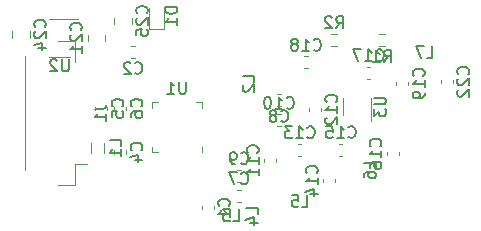
<source format=gbr>
%TF.GenerationSoftware,KiCad,Pcbnew,6.0.4-6f826c9f35~116~ubuntu20.04.1*%
%TF.CreationDate,2022-06-02T21:43:18+00:00*%
%TF.ProjectId,TFLORA01B,54464c4f-5241-4303-9142-2e6b69636164,rev?*%
%TF.SameCoordinates,Original*%
%TF.FileFunction,Legend,Bot*%
%TF.FilePolarity,Positive*%
%FSLAX46Y46*%
G04 Gerber Fmt 4.6, Leading zero omitted, Abs format (unit mm)*
G04 Created by KiCad (PCBNEW 6.0.4-6f826c9f35~116~ubuntu20.04.1) date 2022-06-02 21:43:18*
%MOMM*%
%LPD*%
G01*
G04 APERTURE LIST*
%ADD10C,0.150000*%
%ADD11C,0.120000*%
G04 APERTURE END LIST*
D10*
%TO.C,C19*%
X170736742Y-113287142D02*
X170784361Y-113239523D01*
X170831980Y-113096666D01*
X170831980Y-113001428D01*
X170784361Y-112858571D01*
X170689123Y-112763333D01*
X170593885Y-112715714D01*
X170403409Y-112668095D01*
X170260552Y-112668095D01*
X170070076Y-112715714D01*
X169974838Y-112763333D01*
X169879600Y-112858571D01*
X169831980Y-113001428D01*
X169831980Y-113096666D01*
X169879600Y-113239523D01*
X169927219Y-113287142D01*
X170831980Y-114239523D02*
X170831980Y-113668095D01*
X170831980Y-113953809D02*
X169831980Y-113953809D01*
X169974838Y-113858571D01*
X170070076Y-113763333D01*
X170117695Y-113668095D01*
X170831980Y-114715714D02*
X170831980Y-114906190D01*
X170784361Y-115001428D01*
X170736742Y-115049047D01*
X170593885Y-115144285D01*
X170403409Y-115191904D01*
X170022457Y-115191904D01*
X169927219Y-115144285D01*
X169879600Y-115096666D01*
X169831980Y-115001428D01*
X169831980Y-114810952D01*
X169879600Y-114715714D01*
X169927219Y-114668095D01*
X170022457Y-114620476D01*
X170260552Y-114620476D01*
X170355790Y-114668095D01*
X170403409Y-114715714D01*
X170451028Y-114810952D01*
X170451028Y-115001428D01*
X170403409Y-115096666D01*
X170355790Y-115144285D01*
X170260552Y-115191904D01*
%TO.C,C18*%
X161438857Y-111068142D02*
X161486476Y-111115761D01*
X161629333Y-111163380D01*
X161724571Y-111163380D01*
X161867428Y-111115761D01*
X161962666Y-111020523D01*
X162010285Y-110925285D01*
X162057904Y-110734809D01*
X162057904Y-110591952D01*
X162010285Y-110401476D01*
X161962666Y-110306238D01*
X161867428Y-110211000D01*
X161724571Y-110163380D01*
X161629333Y-110163380D01*
X161486476Y-110211000D01*
X161438857Y-110258619D01*
X160486476Y-111163380D02*
X161057904Y-111163380D01*
X160772190Y-111163380D02*
X160772190Y-110163380D01*
X160867428Y-110306238D01*
X160962666Y-110401476D01*
X161057904Y-110449095D01*
X159915047Y-110591952D02*
X160010285Y-110544333D01*
X160057904Y-110496714D01*
X160105523Y-110401476D01*
X160105523Y-110353857D01*
X160057904Y-110258619D01*
X160010285Y-110211000D01*
X159915047Y-110163380D01*
X159724571Y-110163380D01*
X159629333Y-110211000D01*
X159581714Y-110258619D01*
X159534095Y-110353857D01*
X159534095Y-110401476D01*
X159581714Y-110496714D01*
X159629333Y-110544333D01*
X159724571Y-110591952D01*
X159915047Y-110591952D01*
X160010285Y-110639571D01*
X160057904Y-110687190D01*
X160105523Y-110782428D01*
X160105523Y-110972904D01*
X160057904Y-111068142D01*
X160010285Y-111115761D01*
X159915047Y-111163380D01*
X159724571Y-111163380D01*
X159629333Y-111115761D01*
X159581714Y-111068142D01*
X159534095Y-110972904D01*
X159534095Y-110782428D01*
X159581714Y-110687190D01*
X159629333Y-110639571D01*
X159724571Y-110591952D01*
%TO.C,C12*%
X163345142Y-115503142D02*
X163392761Y-115455523D01*
X163440380Y-115312666D01*
X163440380Y-115217428D01*
X163392761Y-115074571D01*
X163297523Y-114979333D01*
X163202285Y-114931714D01*
X163011809Y-114884095D01*
X162868952Y-114884095D01*
X162678476Y-114931714D01*
X162583238Y-114979333D01*
X162488000Y-115074571D01*
X162440380Y-115217428D01*
X162440380Y-115312666D01*
X162488000Y-115455523D01*
X162535619Y-115503142D01*
X163440380Y-116455523D02*
X163440380Y-115884095D01*
X163440380Y-116169809D02*
X162440380Y-116169809D01*
X162583238Y-116074571D01*
X162678476Y-115979333D01*
X162726095Y-115884095D01*
X162535619Y-116836476D02*
X162488000Y-116884095D01*
X162440380Y-116979333D01*
X162440380Y-117217428D01*
X162488000Y-117312666D01*
X162535619Y-117360285D01*
X162630857Y-117407904D01*
X162726095Y-117407904D01*
X162868952Y-117360285D01*
X163440380Y-116788857D01*
X163440380Y-117407904D01*
%TO.C,C22*%
X174507142Y-113149142D02*
X174554761Y-113101523D01*
X174602380Y-112958666D01*
X174602380Y-112863428D01*
X174554761Y-112720571D01*
X174459523Y-112625333D01*
X174364285Y-112577714D01*
X174173809Y-112530095D01*
X174030952Y-112530095D01*
X173840476Y-112577714D01*
X173745238Y-112625333D01*
X173650000Y-112720571D01*
X173602380Y-112863428D01*
X173602380Y-112958666D01*
X173650000Y-113101523D01*
X173697619Y-113149142D01*
X173697619Y-113530095D02*
X173650000Y-113577714D01*
X173602380Y-113672952D01*
X173602380Y-113911047D01*
X173650000Y-114006285D01*
X173697619Y-114053904D01*
X173792857Y-114101523D01*
X173888095Y-114101523D01*
X174030952Y-114053904D01*
X174602380Y-113482476D01*
X174602380Y-114101523D01*
X173697619Y-114482476D02*
X173650000Y-114530095D01*
X173602380Y-114625333D01*
X173602380Y-114863428D01*
X173650000Y-114958666D01*
X173697619Y-115006285D01*
X173792857Y-115053904D01*
X173888095Y-115053904D01*
X174030952Y-115006285D01*
X174602380Y-114434857D01*
X174602380Y-115053904D01*
%TO.C,C4*%
X146845142Y-119579333D02*
X146892761Y-119531714D01*
X146940380Y-119388857D01*
X146940380Y-119293619D01*
X146892761Y-119150761D01*
X146797523Y-119055523D01*
X146702285Y-119007904D01*
X146511809Y-118960285D01*
X146368952Y-118960285D01*
X146178476Y-119007904D01*
X146083238Y-119055523D01*
X145988000Y-119150761D01*
X145940380Y-119293619D01*
X145940380Y-119388857D01*
X145988000Y-119531714D01*
X146035619Y-119579333D01*
X146273714Y-120436476D02*
X146940380Y-120436476D01*
X145892761Y-120198380D02*
X146607047Y-119960285D01*
X146607047Y-120579333D01*
%TO.C,C5*%
X145245142Y-115879333D02*
X145292761Y-115831714D01*
X145340380Y-115688857D01*
X145340380Y-115593619D01*
X145292761Y-115450761D01*
X145197523Y-115355523D01*
X145102285Y-115307904D01*
X144911809Y-115260285D01*
X144768952Y-115260285D01*
X144578476Y-115307904D01*
X144483238Y-115355523D01*
X144388000Y-115450761D01*
X144340380Y-115593619D01*
X144340380Y-115688857D01*
X144388000Y-115831714D01*
X144435619Y-115879333D01*
X144340380Y-116784095D02*
X144340380Y-116307904D01*
X144816571Y-116260285D01*
X144768952Y-116307904D01*
X144721333Y-116403142D01*
X144721333Y-116641238D01*
X144768952Y-116736476D01*
X144816571Y-116784095D01*
X144911809Y-116831714D01*
X145149904Y-116831714D01*
X145245142Y-116784095D01*
X145292761Y-116736476D01*
X145340380Y-116641238D01*
X145340380Y-116403142D01*
X145292761Y-116307904D01*
X145245142Y-116260285D01*
%TO.C,C1*%
X154245142Y-124293333D02*
X154292761Y-124245714D01*
X154340380Y-124102857D01*
X154340380Y-124007619D01*
X154292761Y-123864761D01*
X154197523Y-123769523D01*
X154102285Y-123721904D01*
X153911809Y-123674285D01*
X153768952Y-123674285D01*
X153578476Y-123721904D01*
X153483238Y-123769523D01*
X153388000Y-123864761D01*
X153340380Y-124007619D01*
X153340380Y-124102857D01*
X153388000Y-124245714D01*
X153435619Y-124293333D01*
X154340380Y-125245714D02*
X154340380Y-124674285D01*
X154340380Y-124960000D02*
X153340380Y-124960000D01*
X153483238Y-124864761D01*
X153578476Y-124769523D01*
X153626095Y-124674285D01*
%TO.C,C10*%
X159152857Y-115973142D02*
X159200476Y-116020761D01*
X159343333Y-116068380D01*
X159438571Y-116068380D01*
X159581428Y-116020761D01*
X159676666Y-115925523D01*
X159724285Y-115830285D01*
X159771904Y-115639809D01*
X159771904Y-115496952D01*
X159724285Y-115306476D01*
X159676666Y-115211238D01*
X159581428Y-115116000D01*
X159438571Y-115068380D01*
X159343333Y-115068380D01*
X159200476Y-115116000D01*
X159152857Y-115163619D01*
X158200476Y-116068380D02*
X158771904Y-116068380D01*
X158486190Y-116068380D02*
X158486190Y-115068380D01*
X158581428Y-115211238D01*
X158676666Y-115306476D01*
X158771904Y-115354095D01*
X157581428Y-115068380D02*
X157486190Y-115068380D01*
X157390952Y-115116000D01*
X157343333Y-115163619D01*
X157295714Y-115258857D01*
X157248095Y-115449333D01*
X157248095Y-115687428D01*
X157295714Y-115877904D01*
X157343333Y-115973142D01*
X157390952Y-116020761D01*
X157486190Y-116068380D01*
X157581428Y-116068380D01*
X157676666Y-116020761D01*
X157724285Y-115973142D01*
X157771904Y-115877904D01*
X157819523Y-115687428D01*
X157819523Y-115449333D01*
X157771904Y-115258857D01*
X157724285Y-115163619D01*
X157676666Y-115116000D01*
X157581428Y-115068380D01*
%TO.C,C6*%
X146845142Y-115879333D02*
X146892761Y-115831714D01*
X146940380Y-115688857D01*
X146940380Y-115593619D01*
X146892761Y-115450761D01*
X146797523Y-115355523D01*
X146702285Y-115307904D01*
X146511809Y-115260285D01*
X146368952Y-115260285D01*
X146178476Y-115307904D01*
X146083238Y-115355523D01*
X145988000Y-115450761D01*
X145940380Y-115593619D01*
X145940380Y-115688857D01*
X145988000Y-115831714D01*
X146035619Y-115879333D01*
X145940380Y-116736476D02*
X145940380Y-116546000D01*
X145988000Y-116450761D01*
X146035619Y-116403142D01*
X146178476Y-116307904D01*
X146368952Y-116260285D01*
X146749904Y-116260285D01*
X146845142Y-116307904D01*
X146892761Y-116355523D01*
X146940380Y-116450761D01*
X146940380Y-116641238D01*
X146892761Y-116736476D01*
X146845142Y-116784095D01*
X146749904Y-116831714D01*
X146511809Y-116831714D01*
X146416571Y-116784095D01*
X146368952Y-116736476D01*
X146321333Y-116641238D01*
X146321333Y-116450761D01*
X146368952Y-116355523D01*
X146416571Y-116307904D01*
X146511809Y-116260285D01*
%TO.C,C8*%
X158676666Y-117103142D02*
X158724285Y-117150761D01*
X158867142Y-117198380D01*
X158962380Y-117198380D01*
X159105238Y-117150761D01*
X159200476Y-117055523D01*
X159248095Y-116960285D01*
X159295714Y-116769809D01*
X159295714Y-116626952D01*
X159248095Y-116436476D01*
X159200476Y-116341238D01*
X159105238Y-116246000D01*
X158962380Y-116198380D01*
X158867142Y-116198380D01*
X158724285Y-116246000D01*
X158676666Y-116293619D01*
X158105238Y-116626952D02*
X158200476Y-116579333D01*
X158248095Y-116531714D01*
X158295714Y-116436476D01*
X158295714Y-116388857D01*
X158248095Y-116293619D01*
X158200476Y-116246000D01*
X158105238Y-116198380D01*
X157914761Y-116198380D01*
X157819523Y-116246000D01*
X157771904Y-116293619D01*
X157724285Y-116388857D01*
X157724285Y-116436476D01*
X157771904Y-116531714D01*
X157819523Y-116579333D01*
X157914761Y-116626952D01*
X158105238Y-116626952D01*
X158200476Y-116674571D01*
X158248095Y-116722190D01*
X158295714Y-116817428D01*
X158295714Y-117007904D01*
X158248095Y-117103142D01*
X158200476Y-117150761D01*
X158105238Y-117198380D01*
X157914761Y-117198380D01*
X157819523Y-117150761D01*
X157771904Y-117103142D01*
X157724285Y-117007904D01*
X157724285Y-116817428D01*
X157771904Y-116722190D01*
X157819523Y-116674571D01*
X157914761Y-116626952D01*
%TO.C,U1*%
X150619904Y-113798380D02*
X150619904Y-114607904D01*
X150572285Y-114703142D01*
X150524666Y-114750761D01*
X150429428Y-114798380D01*
X150238952Y-114798380D01*
X150143714Y-114750761D01*
X150096095Y-114703142D01*
X150048476Y-114607904D01*
X150048476Y-113798380D01*
X149048476Y-114798380D02*
X149619904Y-114798380D01*
X149334190Y-114798380D02*
X149334190Y-113798380D01*
X149429428Y-113941238D01*
X149524666Y-114036476D01*
X149619904Y-114084095D01*
%TO.C,R1*%
X167400166Y-112118380D02*
X167733500Y-111642190D01*
X167971595Y-112118380D02*
X167971595Y-111118380D01*
X167590642Y-111118380D01*
X167495404Y-111166000D01*
X167447785Y-111213619D01*
X167400166Y-111308857D01*
X167400166Y-111451714D01*
X167447785Y-111546952D01*
X167495404Y-111594571D01*
X167590642Y-111642190D01*
X167971595Y-111642190D01*
X166447785Y-112118380D02*
X167019214Y-112118380D01*
X166733500Y-112118380D02*
X166733500Y-111118380D01*
X166828738Y-111261238D01*
X166923976Y-111356476D01*
X167019214Y-111404095D01*
%TO.C,L2*%
X156422380Y-113779333D02*
X156422380Y-113303142D01*
X155422380Y-113303142D01*
X155517619Y-114065047D02*
X155470000Y-114112666D01*
X155422380Y-114207904D01*
X155422380Y-114446000D01*
X155470000Y-114541238D01*
X155517619Y-114588857D01*
X155612857Y-114636476D01*
X155708095Y-114636476D01*
X155850952Y-114588857D01*
X156422380Y-114017428D01*
X156422380Y-114636476D01*
%TO.C,L7*%
X171016266Y-111782380D02*
X171492457Y-111782380D01*
X171492457Y-110782380D01*
X170778171Y-110782380D02*
X170111504Y-110782380D01*
X170540076Y-111782380D01*
%TO.C,L1*%
X145160380Y-119213333D02*
X145160380Y-118737142D01*
X144160380Y-118737142D01*
X145160380Y-120070476D02*
X145160380Y-119499047D01*
X145160380Y-119784761D02*
X144160380Y-119784761D01*
X144303238Y-119689523D01*
X144398476Y-119594285D01*
X144446095Y-119499047D01*
%TO.C,L4*%
X156710380Y-124979333D02*
X156710380Y-124503142D01*
X155710380Y-124503142D01*
X156043714Y-125741238D02*
X156710380Y-125741238D01*
X155662761Y-125503142D02*
X156377047Y-125265047D01*
X156377047Y-125884095D01*
%TO.C,L6*%
X166695380Y-121118333D02*
X166695380Y-120642142D01*
X165695380Y-120642142D01*
X165695380Y-121880238D02*
X165695380Y-121689761D01*
X165743000Y-121594523D01*
X165790619Y-121546904D01*
X165933476Y-121451666D01*
X166123952Y-121404047D01*
X166504904Y-121404047D01*
X166600142Y-121451666D01*
X166647761Y-121499285D01*
X166695380Y-121594523D01*
X166695380Y-121785000D01*
X166647761Y-121880238D01*
X166600142Y-121927857D01*
X166504904Y-121975476D01*
X166266809Y-121975476D01*
X166171571Y-121927857D01*
X166123952Y-121880238D01*
X166076333Y-121785000D01*
X166076333Y-121594523D01*
X166123952Y-121499285D01*
X166171571Y-121451666D01*
X166266809Y-121404047D01*
%TO.C,L5*%
X160424666Y-124398380D02*
X160900857Y-124398380D01*
X160900857Y-123398380D01*
X159615142Y-123398380D02*
X160091333Y-123398380D01*
X160138952Y-123874571D01*
X160091333Y-123826952D01*
X159996095Y-123779333D01*
X159758000Y-123779333D01*
X159662761Y-123826952D01*
X159615142Y-123874571D01*
X159567523Y-123969809D01*
X159567523Y-124207904D01*
X159615142Y-124303142D01*
X159662761Y-124350761D01*
X159758000Y-124398380D01*
X159996095Y-124398380D01*
X160091333Y-124350761D01*
X160138952Y-124303142D01*
%TO.C,C13*%
X160900857Y-118473142D02*
X160948476Y-118520761D01*
X161091333Y-118568380D01*
X161186571Y-118568380D01*
X161329428Y-118520761D01*
X161424666Y-118425523D01*
X161472285Y-118330285D01*
X161519904Y-118139809D01*
X161519904Y-117996952D01*
X161472285Y-117806476D01*
X161424666Y-117711238D01*
X161329428Y-117616000D01*
X161186571Y-117568380D01*
X161091333Y-117568380D01*
X160948476Y-117616000D01*
X160900857Y-117663619D01*
X159948476Y-118568380D02*
X160519904Y-118568380D01*
X160234190Y-118568380D02*
X160234190Y-117568380D01*
X160329428Y-117711238D01*
X160424666Y-117806476D01*
X160519904Y-117854095D01*
X159615142Y-117568380D02*
X158996095Y-117568380D01*
X159329428Y-117949333D01*
X159186571Y-117949333D01*
X159091333Y-117996952D01*
X159043714Y-118044571D01*
X158996095Y-118139809D01*
X158996095Y-118377904D01*
X159043714Y-118473142D01*
X159091333Y-118520761D01*
X159186571Y-118568380D01*
X159472285Y-118568380D01*
X159567523Y-118520761D01*
X159615142Y-118473142D01*
%TO.C,C16*%
X167075142Y-119245142D02*
X167122761Y-119197523D01*
X167170380Y-119054666D01*
X167170380Y-118959428D01*
X167122761Y-118816571D01*
X167027523Y-118721333D01*
X166932285Y-118673714D01*
X166741809Y-118626095D01*
X166598952Y-118626095D01*
X166408476Y-118673714D01*
X166313238Y-118721333D01*
X166218000Y-118816571D01*
X166170380Y-118959428D01*
X166170380Y-119054666D01*
X166218000Y-119197523D01*
X166265619Y-119245142D01*
X167170380Y-120197523D02*
X167170380Y-119626095D01*
X167170380Y-119911809D02*
X166170380Y-119911809D01*
X166313238Y-119816571D01*
X166408476Y-119721333D01*
X166456095Y-119626095D01*
X166170380Y-121054666D02*
X166170380Y-120864190D01*
X166218000Y-120768952D01*
X166265619Y-120721333D01*
X166408476Y-120626095D01*
X166598952Y-120578476D01*
X166979904Y-120578476D01*
X167075142Y-120626095D01*
X167122761Y-120673714D01*
X167170380Y-120768952D01*
X167170380Y-120959428D01*
X167122761Y-121054666D01*
X167075142Y-121102285D01*
X166979904Y-121149904D01*
X166741809Y-121149904D01*
X166646571Y-121102285D01*
X166598952Y-121054666D01*
X166551333Y-120959428D01*
X166551333Y-120768952D01*
X166598952Y-120673714D01*
X166646571Y-120626095D01*
X166741809Y-120578476D01*
%TO.C,C17*%
X166747457Y-111957142D02*
X166795076Y-112004761D01*
X166937933Y-112052380D01*
X167033171Y-112052380D01*
X167176028Y-112004761D01*
X167271266Y-111909523D01*
X167318885Y-111814285D01*
X167366504Y-111623809D01*
X167366504Y-111480952D01*
X167318885Y-111290476D01*
X167271266Y-111195238D01*
X167176028Y-111100000D01*
X167033171Y-111052380D01*
X166937933Y-111052380D01*
X166795076Y-111100000D01*
X166747457Y-111147619D01*
X165795076Y-112052380D02*
X166366504Y-112052380D01*
X166080790Y-112052380D02*
X166080790Y-111052380D01*
X166176028Y-111195238D01*
X166271266Y-111290476D01*
X166366504Y-111338095D01*
X165461742Y-111052380D02*
X164795076Y-111052380D01*
X165223647Y-112052380D01*
%TO.C,C14*%
X161685142Y-121517142D02*
X161732761Y-121469523D01*
X161780380Y-121326666D01*
X161780380Y-121231428D01*
X161732761Y-121088571D01*
X161637523Y-120993333D01*
X161542285Y-120945714D01*
X161351809Y-120898095D01*
X161208952Y-120898095D01*
X161018476Y-120945714D01*
X160923238Y-120993333D01*
X160828000Y-121088571D01*
X160780380Y-121231428D01*
X160780380Y-121326666D01*
X160828000Y-121469523D01*
X160875619Y-121517142D01*
X161780380Y-122469523D02*
X161780380Y-121898095D01*
X161780380Y-122183809D02*
X160780380Y-122183809D01*
X160923238Y-122088571D01*
X161018476Y-121993333D01*
X161066095Y-121898095D01*
X161113714Y-123326666D02*
X161780380Y-123326666D01*
X160732761Y-123088571D02*
X161447047Y-122850476D01*
X161447047Y-123469523D01*
%TO.C,C11*%
X156685142Y-119803142D02*
X156732761Y-119755523D01*
X156780380Y-119612666D01*
X156780380Y-119517428D01*
X156732761Y-119374571D01*
X156637523Y-119279333D01*
X156542285Y-119231714D01*
X156351809Y-119184095D01*
X156208952Y-119184095D01*
X156018476Y-119231714D01*
X155923238Y-119279333D01*
X155828000Y-119374571D01*
X155780380Y-119517428D01*
X155780380Y-119612666D01*
X155828000Y-119755523D01*
X155875619Y-119803142D01*
X156780380Y-120755523D02*
X156780380Y-120184095D01*
X156780380Y-120469809D02*
X155780380Y-120469809D01*
X155923238Y-120374571D01*
X156018476Y-120279333D01*
X156066095Y-120184095D01*
X156780380Y-121707904D02*
X156780380Y-121136476D01*
X156780380Y-121422190D02*
X155780380Y-121422190D01*
X155923238Y-121326952D01*
X156018476Y-121231714D01*
X156066095Y-121136476D01*
%TO.C,C15*%
X164382657Y-118459542D02*
X164430276Y-118507161D01*
X164573133Y-118554780D01*
X164668371Y-118554780D01*
X164811228Y-118507161D01*
X164906466Y-118411923D01*
X164954085Y-118316685D01*
X165001704Y-118126209D01*
X165001704Y-117983352D01*
X164954085Y-117792876D01*
X164906466Y-117697638D01*
X164811228Y-117602400D01*
X164668371Y-117554780D01*
X164573133Y-117554780D01*
X164430276Y-117602400D01*
X164382657Y-117650019D01*
X163430276Y-118554780D02*
X164001704Y-118554780D01*
X163715990Y-118554780D02*
X163715990Y-117554780D01*
X163811228Y-117697638D01*
X163906466Y-117792876D01*
X164001704Y-117840495D01*
X162525514Y-117554780D02*
X163001704Y-117554780D01*
X163049323Y-118030971D01*
X163001704Y-117983352D01*
X162906466Y-117935733D01*
X162668371Y-117935733D01*
X162573133Y-117983352D01*
X162525514Y-118030971D01*
X162477895Y-118126209D01*
X162477895Y-118364304D01*
X162525514Y-118459542D01*
X162573133Y-118507161D01*
X162668371Y-118554780D01*
X162906466Y-118554780D01*
X163001704Y-118507161D01*
X163049323Y-118459542D01*
%TO.C,C9*%
X155299666Y-120673142D02*
X155347285Y-120720761D01*
X155490142Y-120768380D01*
X155585380Y-120768380D01*
X155728238Y-120720761D01*
X155823476Y-120625523D01*
X155871095Y-120530285D01*
X155918714Y-120339809D01*
X155918714Y-120196952D01*
X155871095Y-120006476D01*
X155823476Y-119911238D01*
X155728238Y-119816000D01*
X155585380Y-119768380D01*
X155490142Y-119768380D01*
X155347285Y-119816000D01*
X155299666Y-119863619D01*
X154823476Y-120768380D02*
X154633000Y-120768380D01*
X154537761Y-120720761D01*
X154490142Y-120673142D01*
X154394904Y-120530285D01*
X154347285Y-120339809D01*
X154347285Y-119958857D01*
X154394904Y-119863619D01*
X154442523Y-119816000D01*
X154537761Y-119768380D01*
X154728238Y-119768380D01*
X154823476Y-119816000D01*
X154871095Y-119863619D01*
X154918714Y-119958857D01*
X154918714Y-120196952D01*
X154871095Y-120292190D01*
X154823476Y-120339809D01*
X154728238Y-120387428D01*
X154537761Y-120387428D01*
X154442523Y-120339809D01*
X154394904Y-120292190D01*
X154347285Y-120196952D01*
%TO.C,C7*%
X155299666Y-122373142D02*
X155347285Y-122420761D01*
X155490142Y-122468380D01*
X155585380Y-122468380D01*
X155728238Y-122420761D01*
X155823476Y-122325523D01*
X155871095Y-122230285D01*
X155918714Y-122039809D01*
X155918714Y-121896952D01*
X155871095Y-121706476D01*
X155823476Y-121611238D01*
X155728238Y-121516000D01*
X155585380Y-121468380D01*
X155490142Y-121468380D01*
X155347285Y-121516000D01*
X155299666Y-121563619D01*
X154966333Y-121468380D02*
X154299666Y-121468380D01*
X154728238Y-122468380D01*
%TO.C,L3*%
X154624666Y-125598380D02*
X155100857Y-125598380D01*
X155100857Y-124598380D01*
X154386571Y-124598380D02*
X153767523Y-124598380D01*
X154100857Y-124979333D01*
X153958000Y-124979333D01*
X153862761Y-125026952D01*
X153815142Y-125074571D01*
X153767523Y-125169809D01*
X153767523Y-125407904D01*
X153815142Y-125503142D01*
X153862761Y-125550761D01*
X153958000Y-125598380D01*
X154243714Y-125598380D01*
X154338952Y-125550761D01*
X154386571Y-125503142D01*
%TO.C,C2*%
X146304666Y-113039142D02*
X146352285Y-113086761D01*
X146495142Y-113134380D01*
X146590380Y-113134380D01*
X146733238Y-113086761D01*
X146828476Y-112991523D01*
X146876095Y-112896285D01*
X146923714Y-112705809D01*
X146923714Y-112562952D01*
X146876095Y-112372476D01*
X146828476Y-112277238D01*
X146733238Y-112182000D01*
X146590380Y-112134380D01*
X146495142Y-112134380D01*
X146352285Y-112182000D01*
X146304666Y-112229619D01*
X145923714Y-112229619D02*
X145876095Y-112182000D01*
X145780857Y-112134380D01*
X145542761Y-112134380D01*
X145447523Y-112182000D01*
X145399904Y-112229619D01*
X145352285Y-112324857D01*
X145352285Y-112420095D01*
X145399904Y-112562952D01*
X145971333Y-113134380D01*
X145352285Y-113134380D01*
%TO.C,U2*%
X140699904Y-111904380D02*
X140699904Y-112713904D01*
X140652285Y-112809142D01*
X140604666Y-112856761D01*
X140509428Y-112904380D01*
X140318952Y-112904380D01*
X140223714Y-112856761D01*
X140176095Y-112809142D01*
X140128476Y-112713904D01*
X140128476Y-111904380D01*
X139699904Y-111999619D02*
X139652285Y-111952000D01*
X139557047Y-111904380D01*
X139318952Y-111904380D01*
X139223714Y-111952000D01*
X139176095Y-111999619D01*
X139128476Y-112094857D01*
X139128476Y-112190095D01*
X139176095Y-112332952D01*
X139747523Y-112904380D01*
X139128476Y-112904380D01*
%TO.C,C24*%
X138689142Y-109148642D02*
X138736761Y-109101023D01*
X138784380Y-108958166D01*
X138784380Y-108862928D01*
X138736761Y-108720071D01*
X138641523Y-108624833D01*
X138546285Y-108577214D01*
X138355809Y-108529595D01*
X138212952Y-108529595D01*
X138022476Y-108577214D01*
X137927238Y-108624833D01*
X137832000Y-108720071D01*
X137784380Y-108862928D01*
X137784380Y-108958166D01*
X137832000Y-109101023D01*
X137879619Y-109148642D01*
X137879619Y-109529595D02*
X137832000Y-109577214D01*
X137784380Y-109672452D01*
X137784380Y-109910547D01*
X137832000Y-110005785D01*
X137879619Y-110053404D01*
X137974857Y-110101023D01*
X138070095Y-110101023D01*
X138212952Y-110053404D01*
X138784380Y-109481976D01*
X138784380Y-110101023D01*
X138117714Y-110958166D02*
X138784380Y-110958166D01*
X137736761Y-110720071D02*
X138451047Y-110481976D01*
X138451047Y-111101023D01*
%TO.C,C21*%
X141715142Y-109409142D02*
X141762761Y-109361523D01*
X141810380Y-109218666D01*
X141810380Y-109123428D01*
X141762761Y-108980571D01*
X141667523Y-108885333D01*
X141572285Y-108837714D01*
X141381809Y-108790095D01*
X141238952Y-108790095D01*
X141048476Y-108837714D01*
X140953238Y-108885333D01*
X140858000Y-108980571D01*
X140810380Y-109123428D01*
X140810380Y-109218666D01*
X140858000Y-109361523D01*
X140905619Y-109409142D01*
X140905619Y-109790095D02*
X140858000Y-109837714D01*
X140810380Y-109932952D01*
X140810380Y-110171047D01*
X140858000Y-110266285D01*
X140905619Y-110313904D01*
X141000857Y-110361523D01*
X141096095Y-110361523D01*
X141238952Y-110313904D01*
X141810380Y-109742476D01*
X141810380Y-110361523D01*
X141810380Y-111313904D02*
X141810380Y-110742476D01*
X141810380Y-111028190D02*
X140810380Y-111028190D01*
X140953238Y-110932952D01*
X141048476Y-110837714D01*
X141096095Y-110742476D01*
%TO.C,C25*%
X147325142Y-108005642D02*
X147372761Y-107958023D01*
X147420380Y-107815166D01*
X147420380Y-107719928D01*
X147372761Y-107577071D01*
X147277523Y-107481833D01*
X147182285Y-107434214D01*
X146991809Y-107386595D01*
X146848952Y-107386595D01*
X146658476Y-107434214D01*
X146563238Y-107481833D01*
X146468000Y-107577071D01*
X146420380Y-107719928D01*
X146420380Y-107815166D01*
X146468000Y-107958023D01*
X146515619Y-108005642D01*
X146515619Y-108386595D02*
X146468000Y-108434214D01*
X146420380Y-108529452D01*
X146420380Y-108767547D01*
X146468000Y-108862785D01*
X146515619Y-108910404D01*
X146610857Y-108958023D01*
X146706095Y-108958023D01*
X146848952Y-108910404D01*
X147420380Y-108338976D01*
X147420380Y-108958023D01*
X146420380Y-109862785D02*
X146420380Y-109386595D01*
X146896571Y-109338976D01*
X146848952Y-109386595D01*
X146801333Y-109481833D01*
X146801333Y-109719928D01*
X146848952Y-109815166D01*
X146896571Y-109862785D01*
X146991809Y-109910404D01*
X147229904Y-109910404D01*
X147325142Y-109862785D01*
X147372761Y-109815166D01*
X147420380Y-109719928D01*
X147420380Y-109481833D01*
X147372761Y-109386595D01*
X147325142Y-109338976D01*
%TO.C,U3*%
X166552380Y-115124095D02*
X167361904Y-115124095D01*
X167457142Y-115171714D01*
X167504761Y-115219333D01*
X167552380Y-115314571D01*
X167552380Y-115505047D01*
X167504761Y-115600285D01*
X167457142Y-115647904D01*
X167361904Y-115695523D01*
X166552380Y-115695523D01*
X166552380Y-116076476D02*
X166552380Y-116695523D01*
X166933333Y-116362190D01*
X166933333Y-116505047D01*
X166980952Y-116600285D01*
X167028571Y-116647904D01*
X167123809Y-116695523D01*
X167361904Y-116695523D01*
X167457142Y-116647904D01*
X167504761Y-116600285D01*
X167552380Y-116505047D01*
X167552380Y-116219333D01*
X167504761Y-116124095D01*
X167457142Y-116076476D01*
%TO.C,D1*%
X149885180Y-107465904D02*
X148885180Y-107465904D01*
X148885180Y-107704000D01*
X148932800Y-107846857D01*
X149028038Y-107942095D01*
X149123276Y-107989714D01*
X149313752Y-108037333D01*
X149456609Y-108037333D01*
X149647085Y-107989714D01*
X149742323Y-107942095D01*
X149837561Y-107846857D01*
X149885180Y-107704000D01*
X149885180Y-107465904D01*
X149885180Y-108989714D02*
X149885180Y-108418285D01*
X149885180Y-108704000D02*
X148885180Y-108704000D01*
X149028038Y-108608761D01*
X149123276Y-108513523D01*
X149170895Y-108418285D01*
%TO.C,R2*%
X163336166Y-109258380D02*
X163669500Y-108782190D01*
X163907595Y-109258380D02*
X163907595Y-108258380D01*
X163526642Y-108258380D01*
X163431404Y-108306000D01*
X163383785Y-108353619D01*
X163336166Y-108448857D01*
X163336166Y-108591714D01*
X163383785Y-108686952D01*
X163431404Y-108734571D01*
X163526642Y-108782190D01*
X163907595Y-108782190D01*
X162955214Y-108353619D02*
X162907595Y-108306000D01*
X162812357Y-108258380D01*
X162574261Y-108258380D01*
X162479023Y-108306000D01*
X162431404Y-108353619D01*
X162383785Y-108448857D01*
X162383785Y-108544095D01*
X162431404Y-108686952D01*
X163002833Y-109258380D01*
X162383785Y-109258380D01*
%TO.C,J1*%
X142899980Y-116100266D02*
X143614266Y-116100266D01*
X143757123Y-116052647D01*
X143852361Y-115957409D01*
X143899980Y-115814552D01*
X143899980Y-115719314D01*
X143899980Y-117100266D02*
X143899980Y-116528838D01*
X143899980Y-116814552D02*
X142899980Y-116814552D01*
X143042838Y-116719314D01*
X143138076Y-116624076D01*
X143185695Y-116528838D01*
D11*
%TO.C,C19*%
X168439600Y-114070580D02*
X168439600Y-113789420D01*
X169459600Y-114070580D02*
X169459600Y-113789420D01*
%TO.C,C18*%
X160936580Y-111631000D02*
X160655420Y-111631000D01*
X160936580Y-112651000D02*
X160655420Y-112651000D01*
%TO.C,C12*%
X162068000Y-116286580D02*
X162068000Y-116005420D01*
X161048000Y-116286580D02*
X161048000Y-116005420D01*
%TO.C,C22*%
X172210000Y-113932580D02*
X172210000Y-113651420D01*
X173230000Y-113932580D02*
X173230000Y-113651420D01*
%TO.C,C4*%
X145568000Y-119886580D02*
X145568000Y-119605420D01*
X144548000Y-119886580D02*
X144548000Y-119605420D01*
%TO.C,C5*%
X142948000Y-116186580D02*
X142948000Y-115905420D01*
X143968000Y-116186580D02*
X143968000Y-115905420D01*
%TO.C,C1*%
X152968000Y-124600580D02*
X152968000Y-124319420D01*
X151948000Y-124600580D02*
X151948000Y-124319420D01*
%TO.C,C10*%
X158650580Y-116536000D02*
X158369420Y-116536000D01*
X158650580Y-117556000D02*
X158369420Y-117556000D01*
%TO.C,C6*%
X144548000Y-116186580D02*
X144548000Y-115905420D01*
X145568000Y-116186580D02*
X145568000Y-115905420D01*
%TO.C,C8*%
X158369420Y-115826000D02*
X158650580Y-115826000D01*
X158369420Y-114806000D02*
X158650580Y-114806000D01*
%TO.C,U1*%
X151968000Y-116011000D02*
X151968000Y-115536000D01*
X151968000Y-119281000D02*
X151968000Y-119756000D01*
X147748000Y-116011000D02*
X147748000Y-115536000D01*
X147748000Y-115536000D02*
X148223000Y-115536000D01*
X151968000Y-115536000D02*
X151493000Y-115536000D01*
X147748000Y-119281000D02*
X147748000Y-119756000D01*
X147748000Y-119756000D02*
X148223000Y-119756000D01*
%TO.C,R1*%
X166996242Y-110758500D02*
X167470758Y-110758500D01*
X166996242Y-109713500D02*
X167470758Y-109713500D01*
%TO.C,L1*%
X142598000Y-119779622D02*
X142598000Y-118980378D01*
X143718000Y-119779622D02*
X143718000Y-118980378D01*
%TO.C,C13*%
X160398580Y-119036000D02*
X160117420Y-119036000D01*
X160398580Y-120056000D02*
X160117420Y-120056000D01*
%TO.C,C16*%
X168658000Y-119747420D02*
X168658000Y-120028580D01*
X167638000Y-119747420D02*
X167638000Y-120028580D01*
%TO.C,C17*%
X166245180Y-113540000D02*
X165964020Y-113540000D01*
X166245180Y-112520000D02*
X165964020Y-112520000D01*
%TO.C,C14*%
X163268000Y-122019420D02*
X163268000Y-122300580D01*
X162248000Y-122019420D02*
X162248000Y-122300580D01*
%TO.C,C11*%
X157248000Y-120305420D02*
X157248000Y-120586580D01*
X158268000Y-120305420D02*
X158268000Y-120586580D01*
%TO.C,C15*%
X163880380Y-120042400D02*
X163599220Y-120042400D01*
X163880380Y-119022400D02*
X163599220Y-119022400D01*
%TO.C,C9*%
X155273580Y-121236000D02*
X154992420Y-121236000D01*
X155273580Y-122256000D02*
X154992420Y-122256000D01*
%TO.C,C7*%
X155273580Y-123956000D02*
X154992420Y-123956000D01*
X155273580Y-122936000D02*
X154992420Y-122936000D01*
%TO.C,C2*%
X145997420Y-111762000D02*
X146278580Y-111762000D01*
X145997420Y-110742000D02*
X146278580Y-110742000D01*
%TO.C,U2*%
X140838000Y-111662000D02*
X139038000Y-111662000D01*
X139038000Y-108442000D02*
X141488000Y-108442000D01*
%TO.C,C24*%
X135917000Y-110052752D02*
X135917000Y-109530248D01*
X137387000Y-110052752D02*
X137387000Y-109530248D01*
%TO.C,C21*%
X143773000Y-109790748D02*
X143773000Y-110313252D01*
X142303000Y-109790748D02*
X142303000Y-110313252D01*
%TO.C,C25*%
X144553000Y-108909752D02*
X144553000Y-108387248D01*
X146023000Y-108909752D02*
X146023000Y-108387248D01*
%TO.C,U3*%
X166260000Y-115186000D02*
X166260000Y-117086000D01*
X163940000Y-116586000D02*
X163940000Y-115186000D01*
%TO.C,D1*%
X147532800Y-107504000D02*
X147532800Y-109354000D01*
X148732800Y-109354000D02*
X147532800Y-109354000D01*
X148732800Y-107504000D02*
X148732800Y-109354000D01*
%TO.C,R2*%
X163406758Y-110758500D02*
X162932242Y-110758500D01*
X163406758Y-109713500D02*
X162932242Y-109713500D01*
%TO.C,J1*%
X141257600Y-120743600D02*
X142247600Y-120743600D01*
X141257600Y-122543600D02*
X141257600Y-120743600D01*
X141257600Y-110323600D02*
X141257600Y-112123600D01*
X139807600Y-110323600D02*
X141257600Y-110323600D01*
X139807600Y-122543600D02*
X141257600Y-122543600D01*
X136987600Y-121273600D02*
X136987600Y-111593600D01*
%TD*%
M02*

</source>
